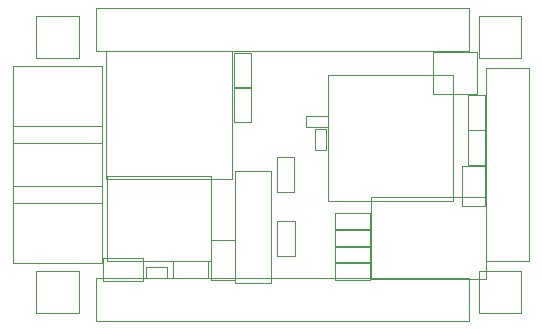
<source format=gbr>
%TF.GenerationSoftware,KiCad,Pcbnew,(5.1.7)-1*%
%TF.CreationDate,2021-02-02T18:20:17+09:00*%
%TF.ProjectId,canboard,63616e62-6f61-4726-942e-6b696361645f,rev?*%
%TF.SameCoordinates,Original*%
%TF.FileFunction,Other,User*%
%FSLAX46Y46*%
G04 Gerber Fmt 4.6, Leading zero omitted, Abs format (unit mm)*
G04 Created by KiCad (PCBNEW (5.1.7)-1) date 2021-02-02 18:20:17*
%MOMM*%
%LPD*%
G01*
G04 APERTURE LIST*
%ADD10C,0.050000*%
G04 APERTURE END LIST*
D10*
%TO.C,REF\u002A\u002A*%
X247245000Y-29315000D02*
X243645000Y-29315000D01*
X247245000Y-32915000D02*
X247245000Y-29315000D01*
X243645000Y-32915000D02*
X247245000Y-32915000D01*
X243645000Y-29315000D02*
X243645000Y-32915000D01*
X247245000Y-50905000D02*
X243645000Y-50905000D01*
X247245000Y-54505000D02*
X247245000Y-50905000D01*
X243645000Y-54505000D02*
X247245000Y-54505000D01*
X243645000Y-50905000D02*
X243645000Y-54505000D01*
X209780000Y-50905000D02*
X206180000Y-50905000D01*
X209780000Y-54505000D02*
X209780000Y-50905000D01*
X206180000Y-54505000D02*
X209780000Y-54505000D01*
X206180000Y-50905000D02*
X206180000Y-54505000D01*
X209780000Y-29315000D02*
X206180000Y-29315000D01*
X209780000Y-32915000D02*
X209780000Y-29315000D01*
X206180000Y-32915000D02*
X209780000Y-32915000D01*
X206180000Y-29315000D02*
X206180000Y-32915000D01*
%TO.C,J6*%
X211730000Y-43720000D02*
X204230000Y-43720000D01*
X204230000Y-43720000D02*
X204230000Y-50260000D01*
X204230000Y-50260000D02*
X211730000Y-50260000D01*
X211730000Y-50260000D02*
X211730000Y-43720000D01*
%TO.C,J3*%
X242800000Y-55140000D02*
X242800000Y-51540000D01*
X211250000Y-55140000D02*
X242800000Y-55140000D01*
X211250000Y-51540000D02*
X211250000Y-55140000D01*
X242800000Y-51540000D02*
X211250000Y-51540000D01*
%TO.C,J1*%
X242800000Y-32280000D02*
X242800000Y-28680000D01*
X211250000Y-32280000D02*
X242800000Y-32280000D01*
X211250000Y-28680000D02*
X211250000Y-32280000D01*
X242800000Y-28680000D02*
X211250000Y-28680000D01*
%TO.C,D3*%
X242255000Y-42056500D02*
X244155000Y-42056500D01*
X244155000Y-42056500D02*
X244155000Y-45416500D01*
X244155000Y-45416500D02*
X242255000Y-45416500D01*
X242255000Y-45416500D02*
X242255000Y-42056500D01*
%TO.C,D2*%
X211855500Y-51750000D02*
X211855500Y-49850000D01*
X211855500Y-49850000D02*
X215215500Y-49850000D01*
X215215500Y-49850000D02*
X215215500Y-51750000D01*
X215215500Y-51750000D02*
X211855500Y-51750000D01*
%TO.C,Y1*%
X239785000Y-35913000D02*
X239785000Y-32413000D01*
X243485000Y-32413000D02*
X243485000Y-35913000D01*
X243485000Y-35913000D02*
X239785000Y-35913000D01*
X239785000Y-32413000D02*
X243485000Y-32413000D01*
%TO.C,U3*%
X222784000Y-43129000D02*
X222784000Y-32329000D01*
X222784000Y-32329000D02*
X212084000Y-32329000D01*
X212084000Y-32329000D02*
X212084000Y-43129000D01*
X212084000Y-43129000D02*
X222784000Y-43129000D01*
%TO.C,U2*%
X220935000Y-42896000D02*
X212135000Y-42896000D01*
X220935000Y-50096000D02*
X220935000Y-42896000D01*
X212135000Y-50096000D02*
X220935000Y-50096000D01*
X212135000Y-42896000D02*
X212135000Y-50096000D01*
%TO.C,U1*%
X241461000Y-44956000D02*
X241461000Y-34356000D01*
X230861000Y-44956000D02*
X230861000Y-34356000D01*
X241461000Y-44956000D02*
X230861000Y-44956000D01*
X241461000Y-34356000D02*
X230861000Y-34356000D01*
%TO.C,SW2*%
X234495000Y-44633000D02*
X234495000Y-51633000D01*
X234495000Y-51633000D02*
X244295000Y-51633000D01*
X244295000Y-51633000D02*
X244295000Y-44633000D01*
X244295000Y-44633000D02*
X234495000Y-44633000D01*
%TO.C,SW1*%
X226036000Y-42462000D02*
X223036000Y-42462000D01*
X223036000Y-42462000D02*
X223036000Y-51962000D01*
X223036000Y-51962000D02*
X226036000Y-51962000D01*
X226036000Y-51962000D02*
X226036000Y-42462000D01*
%TO.C,R19*%
X222917000Y-32492000D02*
X224377000Y-32492000D01*
X224377000Y-32492000D02*
X224377000Y-35452000D01*
X224377000Y-35452000D02*
X222917000Y-35452000D01*
X222917000Y-35452000D02*
X222917000Y-32492000D01*
%TO.C,R18*%
X228060000Y-46716000D02*
X228060000Y-49676000D01*
X226600000Y-46716000D02*
X228060000Y-46716000D01*
X226600000Y-49676000D02*
X226600000Y-46716000D01*
X228060000Y-49676000D02*
X226600000Y-49676000D01*
%TO.C,R17*%
X220745000Y-50070000D02*
X220745000Y-51530000D01*
X220745000Y-51530000D02*
X217785000Y-51530000D01*
X217785000Y-51530000D02*
X217785000Y-50070000D01*
X217785000Y-50070000D02*
X220745000Y-50070000D01*
%TO.C,R15*%
X234462000Y-51657000D02*
X231502000Y-51657000D01*
X234462000Y-50197000D02*
X234462000Y-51657000D01*
X231502000Y-50197000D02*
X234462000Y-50197000D01*
X231502000Y-51657000D02*
X231502000Y-50197000D01*
%TO.C,R14*%
X234462000Y-50260000D02*
X231502000Y-50260000D01*
X234462000Y-48800000D02*
X234462000Y-50260000D01*
X231502000Y-48800000D02*
X234462000Y-48800000D01*
X231502000Y-50260000D02*
X231502000Y-48800000D01*
%TO.C,R13*%
X231514700Y-48863000D02*
X231514700Y-47403000D01*
X231514700Y-47403000D02*
X234474700Y-47403000D01*
X234474700Y-47403000D02*
X234474700Y-48863000D01*
X234474700Y-48863000D02*
X231514700Y-48863000D01*
%TO.C,R12*%
X234462000Y-47466000D02*
X231502000Y-47466000D01*
X234462000Y-46006000D02*
X234462000Y-47466000D01*
X231502000Y-46006000D02*
X234462000Y-46006000D01*
X231502000Y-47466000D02*
X231502000Y-46006000D01*
%TO.C,R2*%
X244189000Y-41929000D02*
X242729000Y-41929000D01*
X242729000Y-41929000D02*
X242729000Y-38969000D01*
X242729000Y-38969000D02*
X244189000Y-38969000D01*
X244189000Y-38969000D02*
X244189000Y-41929000D01*
%TO.C,R1*%
X226554000Y-41255000D02*
X228014000Y-41255000D01*
X228014000Y-41255000D02*
X228014000Y-44215000D01*
X228014000Y-44215000D02*
X226554000Y-44215000D01*
X226554000Y-44215000D02*
X226554000Y-41255000D01*
%TO.C,J5*%
X204230000Y-33560000D02*
X204230000Y-40100000D01*
X211730000Y-33560000D02*
X204230000Y-33560000D01*
X211730000Y-40100000D02*
X211730000Y-33560000D01*
X204230000Y-40100000D02*
X211730000Y-40100000D01*
%TO.C,J4*%
X204230000Y-38640000D02*
X204230000Y-45180000D01*
X211730000Y-38640000D02*
X204230000Y-38640000D01*
X211730000Y-45180000D02*
X211730000Y-38640000D01*
X204230000Y-45180000D02*
X211730000Y-45180000D01*
%TO.C,J2*%
X247880000Y-50060000D02*
X247880000Y-33760000D01*
X247880000Y-33760000D02*
X244280000Y-33760000D01*
X244280000Y-33760000D02*
X244280000Y-50060000D01*
X244280000Y-50060000D02*
X247880000Y-50060000D01*
%TO.C,D4*%
X224377000Y-38335500D02*
X222917000Y-38335500D01*
X222917000Y-38335500D02*
X222917000Y-35375500D01*
X222917000Y-35375500D02*
X224377000Y-35375500D01*
X224377000Y-35375500D02*
X224377000Y-38335500D01*
%TO.C,D1*%
X242729000Y-36010500D02*
X244189000Y-36010500D01*
X244189000Y-36010500D02*
X244189000Y-38970500D01*
X244189000Y-38970500D02*
X242729000Y-38970500D01*
X242729000Y-38970500D02*
X242729000Y-36010500D01*
%TO.C,C9*%
X221016000Y-48272000D02*
X222976000Y-48272000D01*
X222976000Y-48272000D02*
X222976000Y-51672000D01*
X222976000Y-51672000D02*
X221016000Y-51672000D01*
X221016000Y-51672000D02*
X221016000Y-48272000D01*
%TO.C,C4*%
X217290000Y-50594000D02*
X217290000Y-51514000D01*
X217290000Y-51514000D02*
X215470000Y-51514000D01*
X215470000Y-51514000D02*
X215470000Y-50594000D01*
X215470000Y-50594000D02*
X217290000Y-50594000D01*
%TO.C,C2*%
X230846100Y-37830500D02*
X230846100Y-38750500D01*
X230846100Y-38750500D02*
X229026100Y-38750500D01*
X229026100Y-38750500D02*
X229026100Y-37830500D01*
X229026100Y-37830500D02*
X230846100Y-37830500D01*
%TO.C,C1*%
X229803700Y-38853700D02*
X230723700Y-38853700D01*
X230723700Y-38853700D02*
X230723700Y-40673700D01*
X230723700Y-40673700D02*
X229803700Y-40673700D01*
X229803700Y-40673700D02*
X229803700Y-38853700D01*
%TD*%
M02*

</source>
